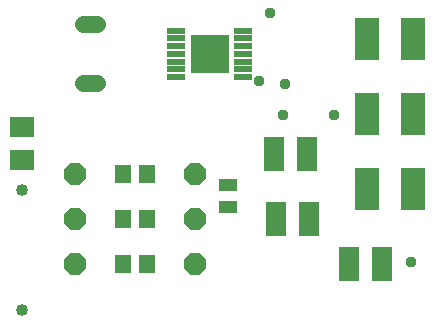
<source format=gbr>
G04 EAGLE Gerber RS-274X export*
G75*
%MOMM*%
%FSLAX34Y34*%
%LPD*%
%INSoldermask Top*%
%IPPOS*%
%AMOC8*
5,1,8,0,0,1.08239X$1,22.5*%
G01*
%ADD10R,1.803200X2.903200*%
%ADD11R,2.003200X1.803200*%
%ADD12R,1.503200X1.103200*%
%ADD13R,2.103200X3.603200*%
%ADD14C,1.016000*%
%ADD15C,1.411200*%
%ADD16P,2.034460X8X22.500000*%
%ADD17R,1.400000X1.600000*%
%ADD18P,2.034460X8X202.500000*%
%ADD19R,1.625600X0.558800*%
%ADD20R,3.200400X3.302000*%
%ADD21C,0.959600*%


D10*
X251430Y152400D03*
X279430Y152400D03*
X252700Y97790D03*
X280700Y97790D03*
D11*
X38100Y147290D03*
X38100Y175290D03*
D12*
X212090Y107340D03*
X212090Y126340D03*
D10*
X342930Y59690D03*
X314930Y59690D03*
D13*
X368750Y123190D03*
X329750Y123190D03*
X368750Y186690D03*
X329750Y186690D03*
X368750Y250190D03*
X329750Y250190D03*
D14*
X38100Y20320D03*
X38100Y121920D03*
D15*
X89210Y262490D02*
X101290Y262490D01*
X101290Y212490D02*
X89210Y212490D01*
D16*
X82550Y59690D03*
X184150Y59690D03*
D17*
X123096Y59690D03*
X143604Y59690D03*
D18*
X184150Y97790D03*
X82550Y97790D03*
D17*
X143604Y97790D03*
X123096Y97790D03*
D16*
X82550Y135890D03*
X184150Y135890D03*
D17*
X123096Y135890D03*
X143604Y135890D03*
D19*
X168402Y257048D03*
X168402Y250444D03*
X168402Y244094D03*
X168402Y237490D03*
X168402Y230886D03*
X168402Y224536D03*
X168402Y217932D03*
X225298Y217932D03*
X225298Y224536D03*
X225298Y230886D03*
X225298Y237490D03*
X225298Y244094D03*
X225298Y250444D03*
X225298Y257048D03*
D20*
X196850Y237490D03*
D21*
X260350Y212090D03*
X238760Y214630D03*
X367030Y60960D03*
X259080Y185420D03*
X247650Y271780D03*
X302260Y185420D03*
M02*

</source>
